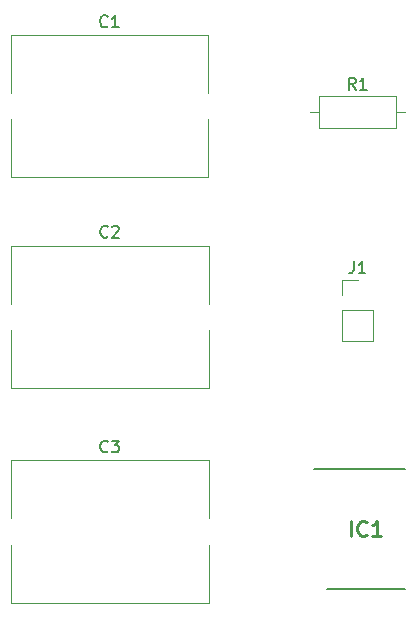
<source format=gbr>
%TF.GenerationSoftware,KiCad,Pcbnew,8.0.8*%
%TF.CreationDate,2025-02-03T11:26:52-05:00*%
%TF.ProjectId,Power_Supply_Board,506f7765-725f-4537-9570-706c795f426f,rev?*%
%TF.SameCoordinates,Original*%
%TF.FileFunction,Legend,Top*%
%TF.FilePolarity,Positive*%
%FSLAX46Y46*%
G04 Gerber Fmt 4.6, Leading zero omitted, Abs format (unit mm)*
G04 Created by KiCad (PCBNEW 8.0.8) date 2025-02-03 11:26:52*
%MOMM*%
%LPD*%
G01*
G04 APERTURE LIST*
%ADD10C,0.150000*%
%ADD11C,0.254000*%
%ADD12C,0.120000*%
%ADD13C,0.200000*%
G04 APERTURE END LIST*
D10*
X190166666Y-81124819D02*
X190166666Y-81839104D01*
X190166666Y-81839104D02*
X190119047Y-81981961D01*
X190119047Y-81981961D02*
X190023809Y-82077200D01*
X190023809Y-82077200D02*
X189880952Y-82124819D01*
X189880952Y-82124819D02*
X189785714Y-82124819D01*
X191166666Y-82124819D02*
X190595238Y-82124819D01*
X190880952Y-82124819D02*
X190880952Y-81124819D01*
X190880952Y-81124819D02*
X190785714Y-81267676D01*
X190785714Y-81267676D02*
X190690476Y-81362914D01*
X190690476Y-81362914D02*
X190595238Y-81410533D01*
D11*
X189950237Y-104384318D02*
X189950237Y-103114318D01*
X191280714Y-104263365D02*
X191220238Y-104323842D01*
X191220238Y-104323842D02*
X191038809Y-104384318D01*
X191038809Y-104384318D02*
X190917857Y-104384318D01*
X190917857Y-104384318D02*
X190736428Y-104323842D01*
X190736428Y-104323842D02*
X190615476Y-104202889D01*
X190615476Y-104202889D02*
X190554999Y-104081937D01*
X190554999Y-104081937D02*
X190494523Y-103840032D01*
X190494523Y-103840032D02*
X190494523Y-103658603D01*
X190494523Y-103658603D02*
X190554999Y-103416699D01*
X190554999Y-103416699D02*
X190615476Y-103295746D01*
X190615476Y-103295746D02*
X190736428Y-103174794D01*
X190736428Y-103174794D02*
X190917857Y-103114318D01*
X190917857Y-103114318D02*
X191038809Y-103114318D01*
X191038809Y-103114318D02*
X191220238Y-103174794D01*
X191220238Y-103174794D02*
X191280714Y-103235270D01*
X192490238Y-104384318D02*
X191764523Y-104384318D01*
X192127380Y-104384318D02*
X192127380Y-103114318D01*
X192127380Y-103114318D02*
X192006428Y-103295746D01*
X192006428Y-103295746D02*
X191885476Y-103416699D01*
X191885476Y-103416699D02*
X191764523Y-103477175D01*
D10*
X190333333Y-66584819D02*
X190000000Y-66108628D01*
X189761905Y-66584819D02*
X189761905Y-65584819D01*
X189761905Y-65584819D02*
X190142857Y-65584819D01*
X190142857Y-65584819D02*
X190238095Y-65632438D01*
X190238095Y-65632438D02*
X190285714Y-65680057D01*
X190285714Y-65680057D02*
X190333333Y-65775295D01*
X190333333Y-65775295D02*
X190333333Y-65918152D01*
X190333333Y-65918152D02*
X190285714Y-66013390D01*
X190285714Y-66013390D02*
X190238095Y-66061009D01*
X190238095Y-66061009D02*
X190142857Y-66108628D01*
X190142857Y-66108628D02*
X189761905Y-66108628D01*
X191285714Y-66584819D02*
X190714286Y-66584819D01*
X191000000Y-66584819D02*
X191000000Y-65584819D01*
X191000000Y-65584819D02*
X190904762Y-65727676D01*
X190904762Y-65727676D02*
X190809524Y-65822914D01*
X190809524Y-65822914D02*
X190714286Y-65870533D01*
X169358333Y-97209580D02*
X169310714Y-97257200D01*
X169310714Y-97257200D02*
X169167857Y-97304819D01*
X169167857Y-97304819D02*
X169072619Y-97304819D01*
X169072619Y-97304819D02*
X168929762Y-97257200D01*
X168929762Y-97257200D02*
X168834524Y-97161961D01*
X168834524Y-97161961D02*
X168786905Y-97066723D01*
X168786905Y-97066723D02*
X168739286Y-96876247D01*
X168739286Y-96876247D02*
X168739286Y-96733390D01*
X168739286Y-96733390D02*
X168786905Y-96542914D01*
X168786905Y-96542914D02*
X168834524Y-96447676D01*
X168834524Y-96447676D02*
X168929762Y-96352438D01*
X168929762Y-96352438D02*
X169072619Y-96304819D01*
X169072619Y-96304819D02*
X169167857Y-96304819D01*
X169167857Y-96304819D02*
X169310714Y-96352438D01*
X169310714Y-96352438D02*
X169358333Y-96400057D01*
X169691667Y-96304819D02*
X170310714Y-96304819D01*
X170310714Y-96304819D02*
X169977381Y-96685771D01*
X169977381Y-96685771D02*
X170120238Y-96685771D01*
X170120238Y-96685771D02*
X170215476Y-96733390D01*
X170215476Y-96733390D02*
X170263095Y-96781009D01*
X170263095Y-96781009D02*
X170310714Y-96876247D01*
X170310714Y-96876247D02*
X170310714Y-97114342D01*
X170310714Y-97114342D02*
X170263095Y-97209580D01*
X170263095Y-97209580D02*
X170215476Y-97257200D01*
X170215476Y-97257200D02*
X170120238Y-97304819D01*
X170120238Y-97304819D02*
X169834524Y-97304819D01*
X169834524Y-97304819D02*
X169739286Y-97257200D01*
X169739286Y-97257200D02*
X169691667Y-97209580D01*
X169333333Y-61209580D02*
X169285714Y-61257200D01*
X169285714Y-61257200D02*
X169142857Y-61304819D01*
X169142857Y-61304819D02*
X169047619Y-61304819D01*
X169047619Y-61304819D02*
X168904762Y-61257200D01*
X168904762Y-61257200D02*
X168809524Y-61161961D01*
X168809524Y-61161961D02*
X168761905Y-61066723D01*
X168761905Y-61066723D02*
X168714286Y-60876247D01*
X168714286Y-60876247D02*
X168714286Y-60733390D01*
X168714286Y-60733390D02*
X168761905Y-60542914D01*
X168761905Y-60542914D02*
X168809524Y-60447676D01*
X168809524Y-60447676D02*
X168904762Y-60352438D01*
X168904762Y-60352438D02*
X169047619Y-60304819D01*
X169047619Y-60304819D02*
X169142857Y-60304819D01*
X169142857Y-60304819D02*
X169285714Y-60352438D01*
X169285714Y-60352438D02*
X169333333Y-60400057D01*
X170285714Y-61304819D02*
X169714286Y-61304819D01*
X170000000Y-61304819D02*
X170000000Y-60304819D01*
X170000000Y-60304819D02*
X169904762Y-60447676D01*
X169904762Y-60447676D02*
X169809524Y-60542914D01*
X169809524Y-60542914D02*
X169714286Y-60590533D01*
X169358333Y-79019580D02*
X169310714Y-79067200D01*
X169310714Y-79067200D02*
X169167857Y-79114819D01*
X169167857Y-79114819D02*
X169072619Y-79114819D01*
X169072619Y-79114819D02*
X168929762Y-79067200D01*
X168929762Y-79067200D02*
X168834524Y-78971961D01*
X168834524Y-78971961D02*
X168786905Y-78876723D01*
X168786905Y-78876723D02*
X168739286Y-78686247D01*
X168739286Y-78686247D02*
X168739286Y-78543390D01*
X168739286Y-78543390D02*
X168786905Y-78352914D01*
X168786905Y-78352914D02*
X168834524Y-78257676D01*
X168834524Y-78257676D02*
X168929762Y-78162438D01*
X168929762Y-78162438D02*
X169072619Y-78114819D01*
X169072619Y-78114819D02*
X169167857Y-78114819D01*
X169167857Y-78114819D02*
X169310714Y-78162438D01*
X169310714Y-78162438D02*
X169358333Y-78210057D01*
X169739286Y-78210057D02*
X169786905Y-78162438D01*
X169786905Y-78162438D02*
X169882143Y-78114819D01*
X169882143Y-78114819D02*
X170120238Y-78114819D01*
X170120238Y-78114819D02*
X170215476Y-78162438D01*
X170215476Y-78162438D02*
X170263095Y-78210057D01*
X170263095Y-78210057D02*
X170310714Y-78305295D01*
X170310714Y-78305295D02*
X170310714Y-78400533D01*
X170310714Y-78400533D02*
X170263095Y-78543390D01*
X170263095Y-78543390D02*
X169691667Y-79114819D01*
X169691667Y-79114819D02*
X170310714Y-79114819D01*
D12*
%TO.C,J1*%
X189170000Y-82670000D02*
X190500000Y-82670000D01*
X189170000Y-84000000D02*
X189170000Y-82670000D01*
X189170000Y-85270000D02*
X189170000Y-87870000D01*
X189170000Y-85270000D02*
X191830000Y-85270000D01*
X189170000Y-87870000D02*
X191830000Y-87870000D01*
X191830000Y-85270000D02*
X191830000Y-87870000D01*
D13*
%TO.C,IC1*%
X186800000Y-98730000D02*
X194490000Y-98730000D01*
X187890000Y-108890000D02*
X194490000Y-108890000D01*
D12*
%TO.C,R1*%
X186460000Y-68500000D02*
X187230000Y-68500000D01*
X187230000Y-67130000D02*
X187230000Y-69870000D01*
X187230000Y-69870000D02*
X193770000Y-69870000D01*
X193770000Y-67130000D02*
X187230000Y-67130000D01*
X193770000Y-69870000D02*
X193770000Y-67130000D01*
X194540000Y-68500000D02*
X193770000Y-68500000D01*
%TO.C,C3*%
X161155000Y-97980000D02*
X161155000Y-102896000D01*
X161155000Y-97980000D02*
X177895000Y-97980000D01*
X161155000Y-105104000D02*
X161155000Y-110020000D01*
X161155000Y-110020000D02*
X177895000Y-110020000D01*
X177895000Y-97980000D02*
X177895000Y-102896000D01*
X177895000Y-105104000D02*
X177895000Y-110020000D01*
%TO.C,C1*%
X161130000Y-61980000D02*
X161130000Y-66896000D01*
X161130000Y-61980000D02*
X177870000Y-61980000D01*
X161130000Y-69104000D02*
X161130000Y-74020000D01*
X161130000Y-74020000D02*
X177870000Y-74020000D01*
X177870000Y-61980000D02*
X177870000Y-66896000D01*
X177870000Y-69104000D02*
X177870000Y-74020000D01*
%TO.C,C2*%
X161155000Y-79790000D02*
X161155000Y-84706000D01*
X161155000Y-79790000D02*
X177895000Y-79790000D01*
X161155000Y-86914000D02*
X161155000Y-91830000D01*
X161155000Y-91830000D02*
X177895000Y-91830000D01*
X177895000Y-79790000D02*
X177895000Y-84706000D01*
X177895000Y-86914000D02*
X177895000Y-91830000D01*
%TD*%
M02*

</source>
